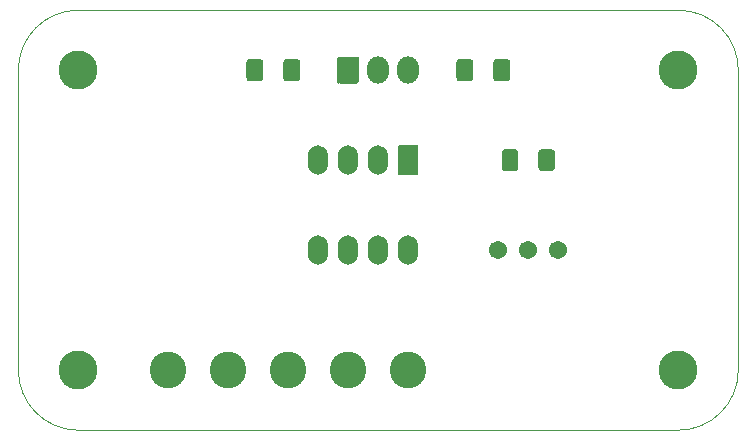
<source format=gbr>
G04 #@! TF.GenerationSoftware,KiCad,Pcbnew,5.1.8+dfsg1-1+b1*
G04 #@! TF.CreationDate,2021-02-01T12:52:58-06:00*
G04 #@! TF.ProjectId,DC_Amplifier,44435f41-6d70-46c6-9966-6965722e6b69,1.1.0*
G04 #@! TF.SameCoordinates,Original*
G04 #@! TF.FileFunction,Soldermask,Top*
G04 #@! TF.FilePolarity,Negative*
%FSLAX46Y46*%
G04 Gerber Fmt 4.6, Leading zero omitted, Abs format (unit mm)*
G04 Created by KiCad (PCBNEW 5.1.8+dfsg1-1+b1) date 2021-02-01 12:52:58*
%MOMM*%
%LPD*%
G01*
G04 APERTURE LIST*
G04 #@! TA.AperFunction,Profile*
%ADD10C,0.050000*%
G04 #@! TD*
%ADD11C,3.302000*%
%ADD12C,3.102000*%
%ADD13O,1.702000X2.502000*%
%ADD14C,1.542000*%
%ADD15O,1.842000X2.302000*%
%ADD16C,0.100000*%
G04 APERTURE END LIST*
D10*
X127000000Y-71120000D02*
X76200000Y-71120000D01*
X132080000Y-101600000D02*
X132080000Y-76200000D01*
X76200000Y-106680000D02*
X127000000Y-106680000D01*
X71120000Y-76200000D02*
X71120000Y-101600000D01*
X132080000Y-101600000D02*
G75*
G02*
X127000000Y-106680000I-5080000J0D01*
G01*
X76200000Y-106680000D02*
G75*
G02*
X71120000Y-101600000I0J5080000D01*
G01*
X71120000Y-76200000D02*
G75*
G02*
X76200000Y-71120000I5080000J0D01*
G01*
X127000000Y-71120000D02*
G75*
G02*
X132080000Y-76200000I0J-5080000D01*
G01*
X127000000Y-71120000D02*
X76200000Y-71120000D01*
X132080000Y-101600000D02*
X132080000Y-76200000D01*
X76200000Y-106680000D02*
X127000000Y-106680000D01*
X71120000Y-76200000D02*
X71120000Y-101600000D01*
X132080000Y-101600000D02*
G75*
G02*
X127000000Y-106680000I-5080000J0D01*
G01*
X76200000Y-106680000D02*
G75*
G02*
X71120000Y-101600000I0J5080000D01*
G01*
X71120000Y-76200000D02*
G75*
G02*
X76200000Y-71120000I5080000J0D01*
G01*
X127000000Y-71120000D02*
G75*
G02*
X132080000Y-76200000I0J-5080000D01*
G01*
D11*
X127000000Y-101600000D03*
X76200000Y-101600000D03*
D12*
X104140000Y-101600000D03*
X99060000Y-101600000D03*
X93980000Y-101600000D03*
X88900000Y-101600000D03*
X83820000Y-101600000D03*
D13*
X104140000Y-91440000D03*
X96520000Y-83820000D03*
X101600000Y-91440000D03*
X99060000Y-83820000D03*
X99060000Y-91440000D03*
X101600000Y-83820000D03*
X96520000Y-91440000D03*
G36*
G01*
X103340000Y-82569000D02*
X104940000Y-82569000D01*
G75*
G02*
X104991000Y-82620000I0J-51000D01*
G01*
X104991000Y-85020000D01*
G75*
G02*
X104940000Y-85071000I-51000J0D01*
G01*
X103340000Y-85071000D01*
G75*
G02*
X103289000Y-85020000I0J51000D01*
G01*
X103289000Y-82620000D01*
G75*
G02*
X103340000Y-82569000I51000J0D01*
G01*
G37*
D11*
X76200000Y-76200000D03*
X127000000Y-76200000D03*
G36*
G01*
X115149000Y-84476385D02*
X115149000Y-83163615D01*
G75*
G02*
X115418615Y-82894000I269615J0D01*
G01*
X116281385Y-82894000D01*
G75*
G02*
X116551000Y-83163615I0J-269615D01*
G01*
X116551000Y-84476385D01*
G75*
G02*
X116281385Y-84746000I-269615J0D01*
G01*
X115418615Y-84746000D01*
G75*
G02*
X115149000Y-84476385I0J269615D01*
G01*
G37*
G36*
G01*
X112049000Y-84476385D02*
X112049000Y-83163615D01*
G75*
G02*
X112318615Y-82894000I269615J0D01*
G01*
X113181385Y-82894000D01*
G75*
G02*
X113451000Y-83163615I0J-269615D01*
G01*
X113451000Y-84476385D01*
G75*
G02*
X113181385Y-84746000I-269615J0D01*
G01*
X112318615Y-84746000D01*
G75*
G02*
X112049000Y-84476385I0J269615D01*
G01*
G37*
G36*
G01*
X109641000Y-75518244D02*
X109641000Y-76881756D01*
G75*
G02*
X109371756Y-77151000I-269244J0D01*
G01*
X108483244Y-77151000D01*
G75*
G02*
X108214000Y-76881756I0J269244D01*
G01*
X108214000Y-75518244D01*
G75*
G02*
X108483244Y-75249000I269244J0D01*
G01*
X109371756Y-75249000D01*
G75*
G02*
X109641000Y-75518244I0J-269244D01*
G01*
G37*
G36*
G01*
X112766000Y-75518244D02*
X112766000Y-76881756D01*
G75*
G02*
X112496756Y-77151000I-269244J0D01*
G01*
X111608244Y-77151000D01*
G75*
G02*
X111339000Y-76881756I0J269244D01*
G01*
X111339000Y-75518244D01*
G75*
G02*
X111608244Y-75249000I269244J0D01*
G01*
X112496756Y-75249000D01*
G75*
G02*
X112766000Y-75518244I0J-269244D01*
G01*
G37*
G36*
G01*
X91861000Y-75518244D02*
X91861000Y-76881756D01*
G75*
G02*
X91591756Y-77151000I-269244J0D01*
G01*
X90703244Y-77151000D01*
G75*
G02*
X90434000Y-76881756I0J269244D01*
G01*
X90434000Y-75518244D01*
G75*
G02*
X90703244Y-75249000I269244J0D01*
G01*
X91591756Y-75249000D01*
G75*
G02*
X91861000Y-75518244I0J-269244D01*
G01*
G37*
G36*
G01*
X94986000Y-75518244D02*
X94986000Y-76881756D01*
G75*
G02*
X94716756Y-77151000I-269244J0D01*
G01*
X93828244Y-77151000D01*
G75*
G02*
X93559000Y-76881756I0J269244D01*
G01*
X93559000Y-75518244D01*
G75*
G02*
X93828244Y-75249000I269244J0D01*
G01*
X94716756Y-75249000D01*
G75*
G02*
X94986000Y-75518244I0J-269244D01*
G01*
G37*
D14*
X111760000Y-91440000D03*
X114300000Y-91440000D03*
X116840000Y-91440000D03*
D15*
X104140000Y-76200000D03*
X101600000Y-76200000D03*
G36*
G01*
X98139000Y-77086346D02*
X98139000Y-75313654D01*
G75*
G02*
X98403654Y-75049000I264654J0D01*
G01*
X99716346Y-75049000D01*
G75*
G02*
X99981000Y-75313654I0J-264654D01*
G01*
X99981000Y-77086346D01*
G75*
G02*
X99716346Y-77351000I-264654J0D01*
G01*
X98403654Y-77351000D01*
G75*
G02*
X98139000Y-77086346I0J264654D01*
G01*
G37*
D16*
G36*
X98140990Y-77086150D02*
G01*
X98146055Y-77137582D01*
X98161003Y-77186856D01*
X98185273Y-77232264D01*
X98217936Y-77272064D01*
X98257736Y-77304727D01*
X98303144Y-77328997D01*
X98352418Y-77343945D01*
X98403850Y-77349010D01*
X98405476Y-77350175D01*
X98405280Y-77352165D01*
X98403654Y-77353000D01*
X98320712Y-77353000D01*
X98320516Y-77352990D01*
X98280244Y-77349024D01*
X98279859Y-77348948D01*
X98247035Y-77338990D01*
X98246673Y-77338840D01*
X98216425Y-77322672D01*
X98216099Y-77322454D01*
X98189583Y-77300694D01*
X98189306Y-77300417D01*
X98167546Y-77273901D01*
X98167328Y-77273575D01*
X98151160Y-77243327D01*
X98151010Y-77242965D01*
X98141052Y-77210141D01*
X98140976Y-77209756D01*
X98137010Y-77169484D01*
X98137000Y-77169288D01*
X98137000Y-77086346D01*
X98138000Y-77084614D01*
X98140000Y-77084614D01*
X98140990Y-77086150D01*
G37*
G36*
X99982165Y-77084720D02*
G01*
X99983000Y-77086346D01*
X99983000Y-77169288D01*
X99982990Y-77169484D01*
X99979024Y-77209756D01*
X99978948Y-77210141D01*
X99968990Y-77242965D01*
X99968840Y-77243327D01*
X99952672Y-77273575D01*
X99952454Y-77273901D01*
X99930694Y-77300417D01*
X99930417Y-77300694D01*
X99903901Y-77322454D01*
X99903575Y-77322672D01*
X99873327Y-77338840D01*
X99872965Y-77338990D01*
X99840141Y-77348948D01*
X99839756Y-77349024D01*
X99799484Y-77352990D01*
X99799288Y-77353000D01*
X99716346Y-77353000D01*
X99714614Y-77352000D01*
X99714614Y-77350000D01*
X99716150Y-77349010D01*
X99767582Y-77343945D01*
X99816856Y-77328997D01*
X99862264Y-77304727D01*
X99902064Y-77272064D01*
X99934727Y-77232264D01*
X99958997Y-77186856D01*
X99973945Y-77137582D01*
X99979010Y-77086150D01*
X99980175Y-77084524D01*
X99982165Y-77084720D01*
G37*
G36*
X98405386Y-75048000D02*
G01*
X98405386Y-75050000D01*
X98403850Y-75050990D01*
X98352418Y-75056055D01*
X98303144Y-75071003D01*
X98257736Y-75095273D01*
X98217936Y-75127936D01*
X98185273Y-75167736D01*
X98161003Y-75213144D01*
X98146055Y-75262418D01*
X98140990Y-75313850D01*
X98139825Y-75315476D01*
X98137835Y-75315280D01*
X98137000Y-75313654D01*
X98137000Y-75230712D01*
X98137010Y-75230516D01*
X98140976Y-75190244D01*
X98141052Y-75189859D01*
X98151010Y-75157035D01*
X98151160Y-75156673D01*
X98167328Y-75126425D01*
X98167546Y-75126099D01*
X98189306Y-75099583D01*
X98189583Y-75099306D01*
X98216099Y-75077546D01*
X98216425Y-75077328D01*
X98246673Y-75061160D01*
X98247035Y-75061010D01*
X98279859Y-75051052D01*
X98280244Y-75050976D01*
X98320516Y-75047010D01*
X98320712Y-75047000D01*
X98403654Y-75047000D01*
X98405386Y-75048000D01*
G37*
G36*
X99799484Y-75047010D02*
G01*
X99839756Y-75050976D01*
X99840141Y-75051052D01*
X99872965Y-75061010D01*
X99873327Y-75061160D01*
X99903575Y-75077328D01*
X99903901Y-75077546D01*
X99930417Y-75099306D01*
X99930694Y-75099583D01*
X99952454Y-75126099D01*
X99952672Y-75126425D01*
X99968840Y-75156673D01*
X99968990Y-75157035D01*
X99978948Y-75189859D01*
X99979024Y-75190244D01*
X99982990Y-75230516D01*
X99983000Y-75230712D01*
X99983000Y-75313654D01*
X99982000Y-75315386D01*
X99980000Y-75315386D01*
X99979010Y-75313850D01*
X99973945Y-75262418D01*
X99958997Y-75213144D01*
X99934727Y-75167736D01*
X99902064Y-75127936D01*
X99862264Y-75095273D01*
X99816856Y-75071003D01*
X99767582Y-75056055D01*
X99716150Y-75050990D01*
X99714524Y-75049825D01*
X99714720Y-75047835D01*
X99716346Y-75047000D01*
X99799288Y-75047000D01*
X99799484Y-75047010D01*
G37*
M02*

</source>
